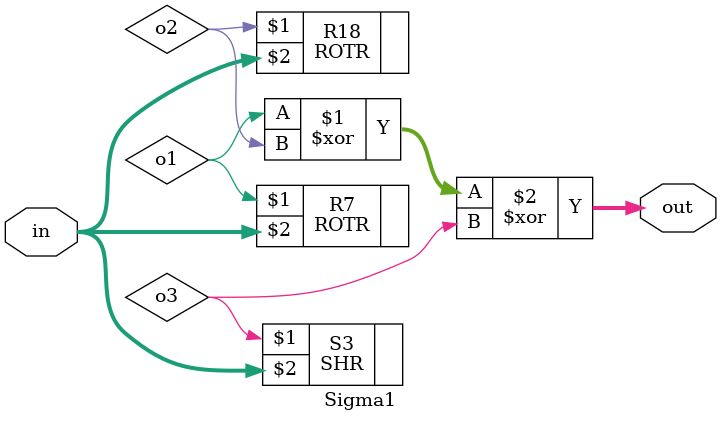
<source format=v>
module Sigma1(out,in);
    input [31:0] in;
    output [31:0] out;

    wire o1,o2,o3;

    ROTR #(17) R7(o1,in);
    ROTR #(19) R18(o2,in);
    SHR #(10) S3(o3,in);

    assign out = o1 ^ o2 ^ o3;

endmodule
</source>
